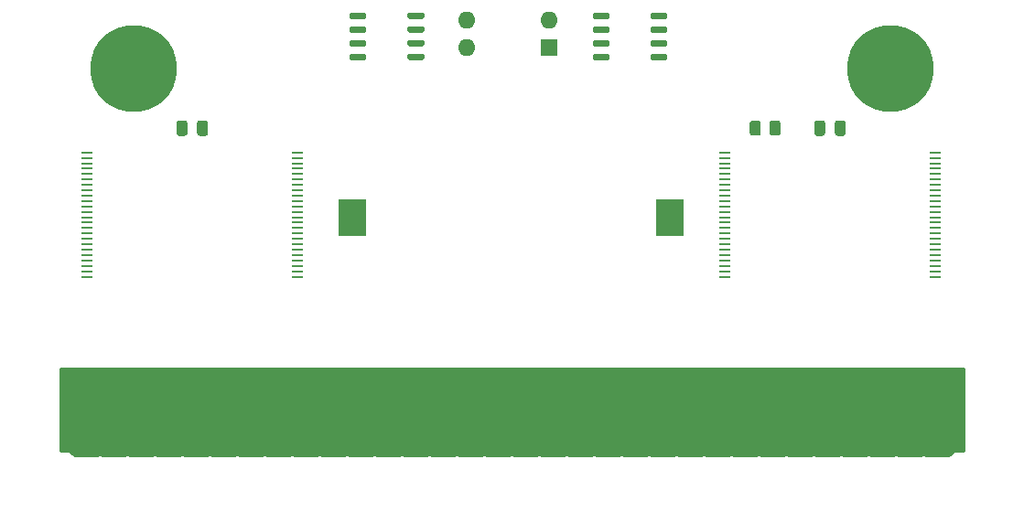
<source format=gts>
G04 #@! TF.GenerationSoftware,KiCad,Pcbnew,(5.1.10)-1*
G04 #@! TF.CreationDate,2024-02-11T23:09:16+03:00*
G04 #@! TF.ProjectId,4m_cy62167e_x2,346d5f63-7936-4323-9136-37655f78322e,1*
G04 #@! TF.SameCoordinates,Original*
G04 #@! TF.FileFunction,Soldermask,Top*
G04 #@! TF.FilePolarity,Negative*
%FSLAX46Y46*%
G04 Gerber Fmt 4.6, Leading zero omitted, Abs format (unit mm)*
G04 Created by KiCad (PCBNEW (5.1.10)-1) date 2024-02-11 23:09:16*
%MOMM*%
%LPD*%
G01*
G04 APERTURE LIST*
%ADD10O,1.600000X1.600000*%
%ADD11R,1.600000X1.600000*%
%ADD12R,1.100000X0.250000*%
%ADD13C,8.000000*%
%ADD14R,2.540000X3.510000*%
%ADD15C,0.254000*%
%ADD16C,0.100000*%
G04 APERTURE END LIST*
G36*
G01*
X95900000Y-144745000D02*
X95900000Y-144445000D01*
G75*
G02*
X96050000Y-144295000I150000J0D01*
G01*
X97300000Y-144295000D01*
G75*
G02*
X97450000Y-144445000I0J-150000D01*
G01*
X97450000Y-144745000D01*
G75*
G02*
X97300000Y-144895000I-150000J0D01*
G01*
X96050000Y-144895000D01*
G75*
G02*
X95900000Y-144745000I0J150000D01*
G01*
G37*
G36*
G01*
X95900000Y-146015000D02*
X95900000Y-145715000D01*
G75*
G02*
X96050000Y-145565000I150000J0D01*
G01*
X97300000Y-145565000D01*
G75*
G02*
X97450000Y-145715000I0J-150000D01*
G01*
X97450000Y-146015000D01*
G75*
G02*
X97300000Y-146165000I-150000J0D01*
G01*
X96050000Y-146165000D01*
G75*
G02*
X95900000Y-146015000I0J150000D01*
G01*
G37*
G36*
G01*
X95900000Y-147285000D02*
X95900000Y-146985000D01*
G75*
G02*
X96050000Y-146835000I150000J0D01*
G01*
X97300000Y-146835000D01*
G75*
G02*
X97450000Y-146985000I0J-150000D01*
G01*
X97450000Y-147285000D01*
G75*
G02*
X97300000Y-147435000I-150000J0D01*
G01*
X96050000Y-147435000D01*
G75*
G02*
X95900000Y-147285000I0J150000D01*
G01*
G37*
G36*
G01*
X95900000Y-148555000D02*
X95900000Y-148255000D01*
G75*
G02*
X96050000Y-148105000I150000J0D01*
G01*
X97300000Y-148105000D01*
G75*
G02*
X97450000Y-148255000I0J-150000D01*
G01*
X97450000Y-148555000D01*
G75*
G02*
X97300000Y-148705000I-150000J0D01*
G01*
X96050000Y-148705000D01*
G75*
G02*
X95900000Y-148555000I0J150000D01*
G01*
G37*
G36*
G01*
X90550000Y-148555000D02*
X90550000Y-148255000D01*
G75*
G02*
X90700000Y-148105000I150000J0D01*
G01*
X91950000Y-148105000D01*
G75*
G02*
X92100000Y-148255000I0J-150000D01*
G01*
X92100000Y-148555000D01*
G75*
G02*
X91950000Y-148705000I-150000J0D01*
G01*
X90700000Y-148705000D01*
G75*
G02*
X90550000Y-148555000I0J150000D01*
G01*
G37*
G36*
G01*
X90550000Y-147285000D02*
X90550000Y-146985000D01*
G75*
G02*
X90700000Y-146835000I150000J0D01*
G01*
X91950000Y-146835000D01*
G75*
G02*
X92100000Y-146985000I0J-150000D01*
G01*
X92100000Y-147285000D01*
G75*
G02*
X91950000Y-147435000I-150000J0D01*
G01*
X90700000Y-147435000D01*
G75*
G02*
X90550000Y-147285000I0J150000D01*
G01*
G37*
G36*
G01*
X90550000Y-146015000D02*
X90550000Y-145715000D01*
G75*
G02*
X90700000Y-145565000I150000J0D01*
G01*
X91950000Y-145565000D01*
G75*
G02*
X92100000Y-145715000I0J-150000D01*
G01*
X92100000Y-146015000D01*
G75*
G02*
X91950000Y-146165000I-150000J0D01*
G01*
X90700000Y-146165000D01*
G75*
G02*
X90550000Y-146015000I0J150000D01*
G01*
G37*
G36*
G01*
X90550000Y-144745000D02*
X90550000Y-144445000D01*
G75*
G02*
X90700000Y-144295000I150000J0D01*
G01*
X91950000Y-144295000D01*
G75*
G02*
X92100000Y-144445000I0J-150000D01*
G01*
X92100000Y-144745000D01*
G75*
G02*
X91950000Y-144895000I-150000J0D01*
G01*
X90700000Y-144895000D01*
G75*
G02*
X90550000Y-144745000I0J150000D01*
G01*
G37*
G36*
G01*
X118400000Y-144745000D02*
X118400000Y-144445000D01*
G75*
G02*
X118550000Y-144295000I150000J0D01*
G01*
X119800000Y-144295000D01*
G75*
G02*
X119950000Y-144445000I0J-150000D01*
G01*
X119950000Y-144745000D01*
G75*
G02*
X119800000Y-144895000I-150000J0D01*
G01*
X118550000Y-144895000D01*
G75*
G02*
X118400000Y-144745000I0J150000D01*
G01*
G37*
G36*
G01*
X118400000Y-146015000D02*
X118400000Y-145715000D01*
G75*
G02*
X118550000Y-145565000I150000J0D01*
G01*
X119800000Y-145565000D01*
G75*
G02*
X119950000Y-145715000I0J-150000D01*
G01*
X119950000Y-146015000D01*
G75*
G02*
X119800000Y-146165000I-150000J0D01*
G01*
X118550000Y-146165000D01*
G75*
G02*
X118400000Y-146015000I0J150000D01*
G01*
G37*
G36*
G01*
X118400000Y-147285000D02*
X118400000Y-146985000D01*
G75*
G02*
X118550000Y-146835000I150000J0D01*
G01*
X119800000Y-146835000D01*
G75*
G02*
X119950000Y-146985000I0J-150000D01*
G01*
X119950000Y-147285000D01*
G75*
G02*
X119800000Y-147435000I-150000J0D01*
G01*
X118550000Y-147435000D01*
G75*
G02*
X118400000Y-147285000I0J150000D01*
G01*
G37*
G36*
G01*
X118400000Y-148555000D02*
X118400000Y-148255000D01*
G75*
G02*
X118550000Y-148105000I150000J0D01*
G01*
X119800000Y-148105000D01*
G75*
G02*
X119950000Y-148255000I0J-150000D01*
G01*
X119950000Y-148555000D01*
G75*
G02*
X119800000Y-148705000I-150000J0D01*
G01*
X118550000Y-148705000D01*
G75*
G02*
X118400000Y-148555000I0J150000D01*
G01*
G37*
G36*
G01*
X113050000Y-148555000D02*
X113050000Y-148255000D01*
G75*
G02*
X113200000Y-148105000I150000J0D01*
G01*
X114450000Y-148105000D01*
G75*
G02*
X114600000Y-148255000I0J-150000D01*
G01*
X114600000Y-148555000D01*
G75*
G02*
X114450000Y-148705000I-150000J0D01*
G01*
X113200000Y-148705000D01*
G75*
G02*
X113050000Y-148555000I0J150000D01*
G01*
G37*
G36*
G01*
X113050000Y-147285000D02*
X113050000Y-146985000D01*
G75*
G02*
X113200000Y-146835000I150000J0D01*
G01*
X114450000Y-146835000D01*
G75*
G02*
X114600000Y-146985000I0J-150000D01*
G01*
X114600000Y-147285000D01*
G75*
G02*
X114450000Y-147435000I-150000J0D01*
G01*
X113200000Y-147435000D01*
G75*
G02*
X113050000Y-147285000I0J150000D01*
G01*
G37*
G36*
G01*
X113050000Y-146015000D02*
X113050000Y-145715000D01*
G75*
G02*
X113200000Y-145565000I150000J0D01*
G01*
X114450000Y-145565000D01*
G75*
G02*
X114600000Y-145715000I0J-150000D01*
G01*
X114600000Y-146015000D01*
G75*
G02*
X114450000Y-146165000I-150000J0D01*
G01*
X113200000Y-146165000D01*
G75*
G02*
X113050000Y-146015000I0J150000D01*
G01*
G37*
G36*
G01*
X113050000Y-144745000D02*
X113050000Y-144445000D01*
G75*
G02*
X113200000Y-144295000I150000J0D01*
G01*
X114450000Y-144295000D01*
G75*
G02*
X114600000Y-144445000I0J-150000D01*
G01*
X114600000Y-144745000D01*
G75*
G02*
X114450000Y-144895000I-150000J0D01*
G01*
X113200000Y-144895000D01*
G75*
G02*
X113050000Y-144745000I0J150000D01*
G01*
G37*
G36*
G01*
X129400000Y-155450001D02*
X129400000Y-154549999D01*
G75*
G02*
X129649999Y-154300000I249999J0D01*
G01*
X130175001Y-154300000D01*
G75*
G02*
X130425000Y-154549999I0J-249999D01*
G01*
X130425000Y-155450001D01*
G75*
G02*
X130175001Y-155700000I-249999J0D01*
G01*
X129649999Y-155700000D01*
G75*
G02*
X129400000Y-155450001I0J249999D01*
G01*
G37*
G36*
G01*
X127575000Y-155450001D02*
X127575000Y-154549999D01*
G75*
G02*
X127824999Y-154300000I249999J0D01*
G01*
X128350001Y-154300000D01*
G75*
G02*
X128600000Y-154549999I0J-249999D01*
G01*
X128600000Y-155450001D01*
G75*
G02*
X128350001Y-155700000I-249999J0D01*
G01*
X127824999Y-155700000D01*
G75*
G02*
X127575000Y-155450001I0J249999D01*
G01*
G37*
D10*
X101380000Y-147549000D03*
X109000000Y-145009000D03*
X101380000Y-145009000D03*
D11*
X109000000Y-147549000D03*
D12*
X85750000Y-157250000D03*
X85750000Y-157750000D03*
X85750000Y-158250000D03*
X85750000Y-158750000D03*
X85750000Y-159250000D03*
X85750000Y-159750000D03*
X85750000Y-160250000D03*
X85750000Y-160750000D03*
X85750000Y-161250000D03*
X85750000Y-161750000D03*
X85750000Y-162250000D03*
X85750000Y-162750000D03*
X85750000Y-163250000D03*
X85750000Y-163750000D03*
X85750000Y-164250000D03*
X85750000Y-164750000D03*
X85750000Y-165250000D03*
X85750000Y-165750000D03*
X85750000Y-166250000D03*
X85750000Y-166750000D03*
X85750000Y-167250000D03*
X85750000Y-167750000D03*
X85750000Y-168250000D03*
X66250000Y-168750000D03*
X66250000Y-168250000D03*
X66250000Y-167750000D03*
X66250000Y-167250000D03*
X66250000Y-166750000D03*
X66250000Y-166250000D03*
X66250000Y-165750000D03*
X66250000Y-165250000D03*
X66250000Y-164750000D03*
X66250000Y-164250000D03*
X66250000Y-163750000D03*
X66250000Y-163250000D03*
X66250000Y-162750000D03*
X66250000Y-162250000D03*
X66250000Y-161750000D03*
X66250000Y-161250000D03*
X66250000Y-160750000D03*
X66250000Y-160250000D03*
X66250000Y-159750000D03*
X66250000Y-159250000D03*
X66250000Y-158750000D03*
X66250000Y-158250000D03*
X66250000Y-157750000D03*
X85750000Y-168750000D03*
X66250000Y-157250000D03*
X144750000Y-157250000D03*
X144750000Y-157750000D03*
X144750000Y-158250000D03*
X144750000Y-158750000D03*
X144750000Y-159250000D03*
X144750000Y-159750000D03*
X144750000Y-160250000D03*
X144750000Y-160750000D03*
X144750000Y-161250000D03*
X144750000Y-161750000D03*
X144750000Y-162250000D03*
X144750000Y-162750000D03*
X144750000Y-163250000D03*
X144750000Y-163750000D03*
X144750000Y-164250000D03*
X144750000Y-164750000D03*
X144750000Y-165250000D03*
X144750000Y-165750000D03*
X144750000Y-166250000D03*
X144750000Y-166750000D03*
X144750000Y-167250000D03*
X144750000Y-167750000D03*
X144750000Y-168250000D03*
X125250000Y-168750000D03*
X125250000Y-168250000D03*
X125250000Y-167750000D03*
X125250000Y-167250000D03*
X125250000Y-166750000D03*
X125250000Y-166250000D03*
X125250000Y-165750000D03*
X125250000Y-165250000D03*
X125250000Y-164750000D03*
X125250000Y-164250000D03*
X125250000Y-163750000D03*
X125250000Y-163250000D03*
X125250000Y-162750000D03*
X125250000Y-162250000D03*
X125250000Y-161750000D03*
X125250000Y-161250000D03*
X125250000Y-160750000D03*
X125250000Y-160250000D03*
X125250000Y-159750000D03*
X125250000Y-159250000D03*
X125250000Y-158750000D03*
X125250000Y-158250000D03*
X125250000Y-157750000D03*
X144750000Y-168750000D03*
X125250000Y-157250000D03*
D13*
X70600000Y-149500000D03*
G36*
G01*
X64463000Y-184500000D02*
X64463000Y-178500000D01*
G75*
G02*
X65463000Y-177500000I1000000J0D01*
G01*
X66987000Y-177500000D01*
G75*
G02*
X67987000Y-178500000I0J-1000000D01*
G01*
X67987000Y-184500000D01*
G75*
G02*
X66987000Y-185500000I-1000000J0D01*
G01*
X65463000Y-185500000D01*
G75*
G02*
X64463000Y-184500000I0J1000000D01*
G01*
G37*
G36*
G01*
X67003000Y-184500000D02*
X67003000Y-178500000D01*
G75*
G02*
X68003000Y-177500000I1000000J0D01*
G01*
X69527000Y-177500000D01*
G75*
G02*
X70527000Y-178500000I0J-1000000D01*
G01*
X70527000Y-184500000D01*
G75*
G02*
X69527000Y-185500000I-1000000J0D01*
G01*
X68003000Y-185500000D01*
G75*
G02*
X67003000Y-184500000I0J1000000D01*
G01*
G37*
G36*
G01*
X69543000Y-184500000D02*
X69543000Y-178500000D01*
G75*
G02*
X70543000Y-177500000I1000000J0D01*
G01*
X72067000Y-177500000D01*
G75*
G02*
X73067000Y-178500000I0J-1000000D01*
G01*
X73067000Y-184500000D01*
G75*
G02*
X72067000Y-185500000I-1000000J0D01*
G01*
X70543000Y-185500000D01*
G75*
G02*
X69543000Y-184500000I0J1000000D01*
G01*
G37*
G36*
G01*
X72083000Y-184500000D02*
X72083000Y-178500000D01*
G75*
G02*
X73083000Y-177500000I1000000J0D01*
G01*
X74607000Y-177500000D01*
G75*
G02*
X75607000Y-178500000I0J-1000000D01*
G01*
X75607000Y-184500000D01*
G75*
G02*
X74607000Y-185500000I-1000000J0D01*
G01*
X73083000Y-185500000D01*
G75*
G02*
X72083000Y-184500000I0J1000000D01*
G01*
G37*
G36*
G01*
X74623000Y-184500000D02*
X74623000Y-178500000D01*
G75*
G02*
X75623000Y-177500000I1000000J0D01*
G01*
X77147000Y-177500000D01*
G75*
G02*
X78147000Y-178500000I0J-1000000D01*
G01*
X78147000Y-184500000D01*
G75*
G02*
X77147000Y-185500000I-1000000J0D01*
G01*
X75623000Y-185500000D01*
G75*
G02*
X74623000Y-184500000I0J1000000D01*
G01*
G37*
G36*
G01*
X77163000Y-184500000D02*
X77163000Y-178500000D01*
G75*
G02*
X78163000Y-177500000I1000000J0D01*
G01*
X79687000Y-177500000D01*
G75*
G02*
X80687000Y-178500000I0J-1000000D01*
G01*
X80687000Y-184500000D01*
G75*
G02*
X79687000Y-185500000I-1000000J0D01*
G01*
X78163000Y-185500000D01*
G75*
G02*
X77163000Y-184500000I0J1000000D01*
G01*
G37*
G36*
G01*
X79703000Y-184500000D02*
X79703000Y-178500000D01*
G75*
G02*
X80703000Y-177500000I1000000J0D01*
G01*
X82227000Y-177500000D01*
G75*
G02*
X83227000Y-178500000I0J-1000000D01*
G01*
X83227000Y-184500000D01*
G75*
G02*
X82227000Y-185500000I-1000000J0D01*
G01*
X80703000Y-185500000D01*
G75*
G02*
X79703000Y-184500000I0J1000000D01*
G01*
G37*
G36*
G01*
X82243000Y-184500000D02*
X82243000Y-178500000D01*
G75*
G02*
X83243000Y-177500000I1000000J0D01*
G01*
X84767000Y-177500000D01*
G75*
G02*
X85767000Y-178500000I0J-1000000D01*
G01*
X85767000Y-184500000D01*
G75*
G02*
X84767000Y-185500000I-1000000J0D01*
G01*
X83243000Y-185500000D01*
G75*
G02*
X82243000Y-184500000I0J1000000D01*
G01*
G37*
G36*
G01*
X84783000Y-184500000D02*
X84783000Y-178500000D01*
G75*
G02*
X85783000Y-177500000I1000000J0D01*
G01*
X87307000Y-177500000D01*
G75*
G02*
X88307000Y-178500000I0J-1000000D01*
G01*
X88307000Y-184500000D01*
G75*
G02*
X87307000Y-185500000I-1000000J0D01*
G01*
X85783000Y-185500000D01*
G75*
G02*
X84783000Y-184500000I0J1000000D01*
G01*
G37*
G36*
G01*
X87323000Y-184500000D02*
X87323000Y-178500000D01*
G75*
G02*
X88323000Y-177500000I1000000J0D01*
G01*
X89847000Y-177500000D01*
G75*
G02*
X90847000Y-178500000I0J-1000000D01*
G01*
X90847000Y-184500000D01*
G75*
G02*
X89847000Y-185500000I-1000000J0D01*
G01*
X88323000Y-185500000D01*
G75*
G02*
X87323000Y-184500000I0J1000000D01*
G01*
G37*
G36*
G01*
X89863000Y-184500000D02*
X89863000Y-178500000D01*
G75*
G02*
X90863000Y-177500000I1000000J0D01*
G01*
X92387000Y-177500000D01*
G75*
G02*
X93387000Y-178500000I0J-1000000D01*
G01*
X93387000Y-184500000D01*
G75*
G02*
X92387000Y-185500000I-1000000J0D01*
G01*
X90863000Y-185500000D01*
G75*
G02*
X89863000Y-184500000I0J1000000D01*
G01*
G37*
G36*
G01*
X92403000Y-184500000D02*
X92403000Y-178500000D01*
G75*
G02*
X93403000Y-177500000I1000000J0D01*
G01*
X94927000Y-177500000D01*
G75*
G02*
X95927000Y-178500000I0J-1000000D01*
G01*
X95927000Y-184500000D01*
G75*
G02*
X94927000Y-185500000I-1000000J0D01*
G01*
X93403000Y-185500000D01*
G75*
G02*
X92403000Y-184500000I0J1000000D01*
G01*
G37*
G36*
G01*
X94943000Y-184500000D02*
X94943000Y-178500000D01*
G75*
G02*
X95943000Y-177500000I1000000J0D01*
G01*
X97467000Y-177500000D01*
G75*
G02*
X98467000Y-178500000I0J-1000000D01*
G01*
X98467000Y-184500000D01*
G75*
G02*
X97467000Y-185500000I-1000000J0D01*
G01*
X95943000Y-185500000D01*
G75*
G02*
X94943000Y-184500000I0J1000000D01*
G01*
G37*
G36*
G01*
X97483000Y-184500000D02*
X97483000Y-178500000D01*
G75*
G02*
X98483000Y-177500000I1000000J0D01*
G01*
X100007000Y-177500000D01*
G75*
G02*
X101007000Y-178500000I0J-1000000D01*
G01*
X101007000Y-184500000D01*
G75*
G02*
X100007000Y-185500000I-1000000J0D01*
G01*
X98483000Y-185500000D01*
G75*
G02*
X97483000Y-184500000I0J1000000D01*
G01*
G37*
G36*
G01*
X100023000Y-184500000D02*
X100023000Y-178500000D01*
G75*
G02*
X101023000Y-177500000I1000000J0D01*
G01*
X102547000Y-177500000D01*
G75*
G02*
X103547000Y-178500000I0J-1000000D01*
G01*
X103547000Y-184500000D01*
G75*
G02*
X102547000Y-185500000I-1000000J0D01*
G01*
X101023000Y-185500000D01*
G75*
G02*
X100023000Y-184500000I0J1000000D01*
G01*
G37*
G36*
G01*
X102563000Y-184500000D02*
X102563000Y-178500000D01*
G75*
G02*
X103563000Y-177500000I1000000J0D01*
G01*
X105087000Y-177500000D01*
G75*
G02*
X106087000Y-178500000I0J-1000000D01*
G01*
X106087000Y-184500000D01*
G75*
G02*
X105087000Y-185500000I-1000000J0D01*
G01*
X103563000Y-185500000D01*
G75*
G02*
X102563000Y-184500000I0J1000000D01*
G01*
G37*
G36*
G01*
X105103000Y-184500000D02*
X105103000Y-178500000D01*
G75*
G02*
X106103000Y-177500000I1000000J0D01*
G01*
X107627000Y-177500000D01*
G75*
G02*
X108627000Y-178500000I0J-1000000D01*
G01*
X108627000Y-184500000D01*
G75*
G02*
X107627000Y-185500000I-1000000J0D01*
G01*
X106103000Y-185500000D01*
G75*
G02*
X105103000Y-184500000I0J1000000D01*
G01*
G37*
G36*
G01*
X107643000Y-184500000D02*
X107643000Y-178500000D01*
G75*
G02*
X108643000Y-177500000I1000000J0D01*
G01*
X110167000Y-177500000D01*
G75*
G02*
X111167000Y-178500000I0J-1000000D01*
G01*
X111167000Y-184500000D01*
G75*
G02*
X110167000Y-185500000I-1000000J0D01*
G01*
X108643000Y-185500000D01*
G75*
G02*
X107643000Y-184500000I0J1000000D01*
G01*
G37*
G36*
G01*
X110183000Y-184500000D02*
X110183000Y-178500000D01*
G75*
G02*
X111183000Y-177500000I1000000J0D01*
G01*
X112707000Y-177500000D01*
G75*
G02*
X113707000Y-178500000I0J-1000000D01*
G01*
X113707000Y-184500000D01*
G75*
G02*
X112707000Y-185500000I-1000000J0D01*
G01*
X111183000Y-185500000D01*
G75*
G02*
X110183000Y-184500000I0J1000000D01*
G01*
G37*
G36*
G01*
X112723000Y-184500000D02*
X112723000Y-178500000D01*
G75*
G02*
X113723000Y-177500000I1000000J0D01*
G01*
X115247000Y-177500000D01*
G75*
G02*
X116247000Y-178500000I0J-1000000D01*
G01*
X116247000Y-184500000D01*
G75*
G02*
X115247000Y-185500000I-1000000J0D01*
G01*
X113723000Y-185500000D01*
G75*
G02*
X112723000Y-184500000I0J1000000D01*
G01*
G37*
G36*
G01*
X115263000Y-184500000D02*
X115263000Y-178500000D01*
G75*
G02*
X116263000Y-177500000I1000000J0D01*
G01*
X117787000Y-177500000D01*
G75*
G02*
X118787000Y-178500000I0J-1000000D01*
G01*
X118787000Y-184500000D01*
G75*
G02*
X117787000Y-185500000I-1000000J0D01*
G01*
X116263000Y-185500000D01*
G75*
G02*
X115263000Y-184500000I0J1000000D01*
G01*
G37*
G36*
G01*
X117803000Y-184500000D02*
X117803000Y-178500000D01*
G75*
G02*
X118803000Y-177500000I1000000J0D01*
G01*
X120327000Y-177500000D01*
G75*
G02*
X121327000Y-178500000I0J-1000000D01*
G01*
X121327000Y-184500000D01*
G75*
G02*
X120327000Y-185500000I-1000000J0D01*
G01*
X118803000Y-185500000D01*
G75*
G02*
X117803000Y-184500000I0J1000000D01*
G01*
G37*
G36*
G01*
X120343000Y-184500000D02*
X120343000Y-178500000D01*
G75*
G02*
X121343000Y-177500000I1000000J0D01*
G01*
X122867000Y-177500000D01*
G75*
G02*
X123867000Y-178500000I0J-1000000D01*
G01*
X123867000Y-184500000D01*
G75*
G02*
X122867000Y-185500000I-1000000J0D01*
G01*
X121343000Y-185500000D01*
G75*
G02*
X120343000Y-184500000I0J1000000D01*
G01*
G37*
G36*
G01*
X122883000Y-184500000D02*
X122883000Y-178500000D01*
G75*
G02*
X123883000Y-177500000I1000000J0D01*
G01*
X125407000Y-177500000D01*
G75*
G02*
X126407000Y-178500000I0J-1000000D01*
G01*
X126407000Y-184500000D01*
G75*
G02*
X125407000Y-185500000I-1000000J0D01*
G01*
X123883000Y-185500000D01*
G75*
G02*
X122883000Y-184500000I0J1000000D01*
G01*
G37*
G36*
G01*
X125423000Y-184500000D02*
X125423000Y-178500000D01*
G75*
G02*
X126423000Y-177500000I1000000J0D01*
G01*
X127947000Y-177500000D01*
G75*
G02*
X128947000Y-178500000I0J-1000000D01*
G01*
X128947000Y-184500000D01*
G75*
G02*
X127947000Y-185500000I-1000000J0D01*
G01*
X126423000Y-185500000D01*
G75*
G02*
X125423000Y-184500000I0J1000000D01*
G01*
G37*
G36*
G01*
X127963000Y-184500000D02*
X127963000Y-178500000D01*
G75*
G02*
X128963000Y-177500000I1000000J0D01*
G01*
X130487000Y-177500000D01*
G75*
G02*
X131487000Y-178500000I0J-1000000D01*
G01*
X131487000Y-184500000D01*
G75*
G02*
X130487000Y-185500000I-1000000J0D01*
G01*
X128963000Y-185500000D01*
G75*
G02*
X127963000Y-184500000I0J1000000D01*
G01*
G37*
G36*
G01*
X130503000Y-184500000D02*
X130503000Y-178500000D01*
G75*
G02*
X131503000Y-177500000I1000000J0D01*
G01*
X133027000Y-177500000D01*
G75*
G02*
X134027000Y-178500000I0J-1000000D01*
G01*
X134027000Y-184500000D01*
G75*
G02*
X133027000Y-185500000I-1000000J0D01*
G01*
X131503000Y-185500000D01*
G75*
G02*
X130503000Y-184500000I0J1000000D01*
G01*
G37*
G36*
G01*
X133043000Y-184500000D02*
X133043000Y-178500000D01*
G75*
G02*
X134043000Y-177500000I1000000J0D01*
G01*
X135567000Y-177500000D01*
G75*
G02*
X136567000Y-178500000I0J-1000000D01*
G01*
X136567000Y-184500000D01*
G75*
G02*
X135567000Y-185500000I-1000000J0D01*
G01*
X134043000Y-185500000D01*
G75*
G02*
X133043000Y-184500000I0J1000000D01*
G01*
G37*
G36*
G01*
X135583000Y-184500000D02*
X135583000Y-178500000D01*
G75*
G02*
X136583000Y-177500000I1000000J0D01*
G01*
X138107000Y-177500000D01*
G75*
G02*
X139107000Y-178500000I0J-1000000D01*
G01*
X139107000Y-184500000D01*
G75*
G02*
X138107000Y-185500000I-1000000J0D01*
G01*
X136583000Y-185500000D01*
G75*
G02*
X135583000Y-184500000I0J1000000D01*
G01*
G37*
G36*
G01*
X138123000Y-184500000D02*
X138123000Y-178500000D01*
G75*
G02*
X139123000Y-177500000I1000000J0D01*
G01*
X140647000Y-177500000D01*
G75*
G02*
X141647000Y-178500000I0J-1000000D01*
G01*
X141647000Y-184500000D01*
G75*
G02*
X140647000Y-185500000I-1000000J0D01*
G01*
X139123000Y-185500000D01*
G75*
G02*
X138123000Y-184500000I0J1000000D01*
G01*
G37*
G36*
G01*
X140663000Y-184500000D02*
X140663000Y-178500000D01*
G75*
G02*
X141663000Y-177500000I1000000J0D01*
G01*
X143187000Y-177500000D01*
G75*
G02*
X144187000Y-178500000I0J-1000000D01*
G01*
X144187000Y-184500000D01*
G75*
G02*
X143187000Y-185500000I-1000000J0D01*
G01*
X141663000Y-185500000D01*
G75*
G02*
X140663000Y-184500000I0J1000000D01*
G01*
G37*
G36*
G01*
X143203000Y-184500000D02*
X143203000Y-178500000D01*
G75*
G02*
X144203000Y-177500000I1000000J0D01*
G01*
X145727000Y-177500000D01*
G75*
G02*
X146727000Y-178500000I0J-1000000D01*
G01*
X146727000Y-184500000D01*
G75*
G02*
X145727000Y-185500000I-1000000J0D01*
G01*
X144203000Y-185500000D01*
G75*
G02*
X143203000Y-184500000I0J1000000D01*
G01*
G37*
X140600000Y-149500000D03*
G36*
G01*
X74550000Y-155475000D02*
X74550000Y-154525000D01*
G75*
G02*
X74800000Y-154275000I250000J0D01*
G01*
X75300000Y-154275000D01*
G75*
G02*
X75550000Y-154525000I0J-250000D01*
G01*
X75550000Y-155475000D01*
G75*
G02*
X75300000Y-155725000I-250000J0D01*
G01*
X74800000Y-155725000D01*
G75*
G02*
X74550000Y-155475000I0J250000D01*
G01*
G37*
G36*
G01*
X76450000Y-155475000D02*
X76450000Y-154525000D01*
G75*
G02*
X76700000Y-154275000I250000J0D01*
G01*
X77200000Y-154275000D01*
G75*
G02*
X77450000Y-154525000I0J-250000D01*
G01*
X77450000Y-155475000D01*
G75*
G02*
X77200000Y-155725000I-250000J0D01*
G01*
X76700000Y-155725000D01*
G75*
G02*
X76450000Y-155475000I0J250000D01*
G01*
G37*
G36*
G01*
X135450000Y-155475000D02*
X135450000Y-154525000D01*
G75*
G02*
X135700000Y-154275000I250000J0D01*
G01*
X136200000Y-154275000D01*
G75*
G02*
X136450000Y-154525000I0J-250000D01*
G01*
X136450000Y-155475000D01*
G75*
G02*
X136200000Y-155725000I-250000J0D01*
G01*
X135700000Y-155725000D01*
G75*
G02*
X135450000Y-155475000I0J250000D01*
G01*
G37*
G36*
G01*
X133550000Y-155475000D02*
X133550000Y-154525000D01*
G75*
G02*
X133800000Y-154275000I250000J0D01*
G01*
X134300000Y-154275000D01*
G75*
G02*
X134550000Y-154525000I0J-250000D01*
G01*
X134550000Y-155475000D01*
G75*
G02*
X134300000Y-155725000I-250000J0D01*
G01*
X133800000Y-155725000D01*
G75*
G02*
X133550000Y-155475000I0J250000D01*
G01*
G37*
D14*
X90820000Y-163251000D03*
X120180000Y-163251000D03*
D15*
X147373000Y-184873000D02*
X63827000Y-184873000D01*
X63827000Y-177227000D01*
X147373000Y-177227000D01*
X147373000Y-184873000D01*
D16*
G36*
X147373000Y-184873000D02*
G01*
X63827000Y-184873000D01*
X63827000Y-177227000D01*
X147373000Y-177227000D01*
X147373000Y-184873000D01*
G37*
M02*

</source>
